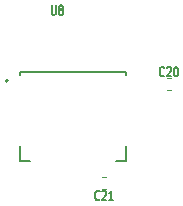
<source format=gbr>
G04 #@! TF.GenerationSoftware,KiCad,Pcbnew,(5.1.6)-1*
G04 #@! TF.CreationDate,2021-04-29T20:19:57-05:00*
G04 #@! TF.ProjectId,BEncoderBoard3(RN4871),42456e63-6f64-4657-9242-6f6172643328,rev?*
G04 #@! TF.SameCoordinates,Original*
G04 #@! TF.FileFunction,Legend,Top*
G04 #@! TF.FilePolarity,Positive*
%FSLAX46Y46*%
G04 Gerber Fmt 4.6, Leading zero omitted, Abs format (unit mm)*
G04 Created by KiCad (PCBNEW (5.1.6)-1) date 2021-04-29 20:19:57*
%MOMM*%
%LPD*%
G01*
G04 APERTURE LIST*
%ADD10C,0.120000*%
%ADD11C,0.127000*%
%ADD12C,0.200000*%
%ADD13C,0.152400*%
G04 APERTURE END LIST*
D10*
X135323733Y-98296000D02*
X135666267Y-98296000D01*
X135323733Y-99316000D02*
X135666267Y-99316000D01*
X140798733Y-89914000D02*
X141141267Y-89914000D01*
X140798733Y-90934000D02*
X141141267Y-90934000D01*
D11*
X128342000Y-95636000D02*
X128342000Y-96936000D01*
X128342000Y-96936000D02*
X129242000Y-96936000D01*
X136492000Y-96936000D02*
X137342000Y-96936000D01*
X137342000Y-96936000D02*
X137342000Y-95636000D01*
X137342000Y-89636000D02*
X137342000Y-89436000D01*
X137342000Y-89436000D02*
X128342000Y-89436000D01*
X128342000Y-89436000D02*
X128342000Y-89636000D01*
D12*
X127342000Y-90136000D02*
G75*
G03*
X127342000Y-90136000I-100000J0D01*
G01*
D13*
X135103114Y-100175785D02*
X135074085Y-100214490D01*
X134987000Y-100253195D01*
X134928942Y-100253195D01*
X134841857Y-100214490D01*
X134783800Y-100137080D01*
X134754771Y-100059671D01*
X134725742Y-99904852D01*
X134725742Y-99788738D01*
X134754771Y-99633919D01*
X134783800Y-99556509D01*
X134841857Y-99479100D01*
X134928942Y-99440395D01*
X134987000Y-99440395D01*
X135074085Y-99479100D01*
X135103114Y-99517804D01*
X135335342Y-99517804D02*
X135364371Y-99479100D01*
X135422428Y-99440395D01*
X135567571Y-99440395D01*
X135625628Y-99479100D01*
X135654657Y-99517804D01*
X135683685Y-99595214D01*
X135683685Y-99672623D01*
X135654657Y-99788738D01*
X135306314Y-100253195D01*
X135683685Y-100253195D01*
X136264257Y-100253195D02*
X135915914Y-100253195D01*
X136090085Y-100253195D02*
X136090085Y-99440395D01*
X136032028Y-99556509D01*
X135973971Y-99633919D01*
X135915914Y-99672623D01*
X140578114Y-89698285D02*
X140549085Y-89736990D01*
X140462000Y-89775695D01*
X140403942Y-89775695D01*
X140316857Y-89736990D01*
X140258800Y-89659580D01*
X140229771Y-89582171D01*
X140200742Y-89427352D01*
X140200742Y-89311238D01*
X140229771Y-89156419D01*
X140258800Y-89079009D01*
X140316857Y-89001600D01*
X140403942Y-88962895D01*
X140462000Y-88962895D01*
X140549085Y-89001600D01*
X140578114Y-89040304D01*
X140810342Y-89040304D02*
X140839371Y-89001600D01*
X140897428Y-88962895D01*
X141042571Y-88962895D01*
X141100628Y-89001600D01*
X141129657Y-89040304D01*
X141158685Y-89117714D01*
X141158685Y-89195123D01*
X141129657Y-89311238D01*
X140781314Y-89775695D01*
X141158685Y-89775695D01*
X141536057Y-88962895D02*
X141594114Y-88962895D01*
X141652171Y-89001600D01*
X141681200Y-89040304D01*
X141710228Y-89117714D01*
X141739257Y-89272533D01*
X141739257Y-89466057D01*
X141710228Y-89620876D01*
X141681200Y-89698285D01*
X141652171Y-89736990D01*
X141594114Y-89775695D01*
X141536057Y-89775695D01*
X141478000Y-89736990D01*
X141448971Y-89698285D01*
X141419942Y-89620876D01*
X141390914Y-89466057D01*
X141390914Y-89272533D01*
X141419942Y-89117714D01*
X141448971Y-89040304D01*
X141478000Y-89001600D01*
X141536057Y-88962895D01*
X131052542Y-83755895D02*
X131052542Y-84413876D01*
X131081571Y-84491285D01*
X131110600Y-84529990D01*
X131168657Y-84568695D01*
X131284771Y-84568695D01*
X131342828Y-84529990D01*
X131371857Y-84491285D01*
X131400885Y-84413876D01*
X131400885Y-83755895D01*
X131778257Y-84104238D02*
X131720200Y-84065533D01*
X131691171Y-84026828D01*
X131662142Y-83949419D01*
X131662142Y-83910714D01*
X131691171Y-83833304D01*
X131720200Y-83794600D01*
X131778257Y-83755895D01*
X131894371Y-83755895D01*
X131952428Y-83794600D01*
X131981457Y-83833304D01*
X132010485Y-83910714D01*
X132010485Y-83949419D01*
X131981457Y-84026828D01*
X131952428Y-84065533D01*
X131894371Y-84104238D01*
X131778257Y-84104238D01*
X131720200Y-84142942D01*
X131691171Y-84181647D01*
X131662142Y-84259057D01*
X131662142Y-84413876D01*
X131691171Y-84491285D01*
X131720200Y-84529990D01*
X131778257Y-84568695D01*
X131894371Y-84568695D01*
X131952428Y-84529990D01*
X131981457Y-84491285D01*
X132010485Y-84413876D01*
X132010485Y-84259057D01*
X131981457Y-84181647D01*
X131952428Y-84142942D01*
X131894371Y-84104238D01*
M02*

</source>
